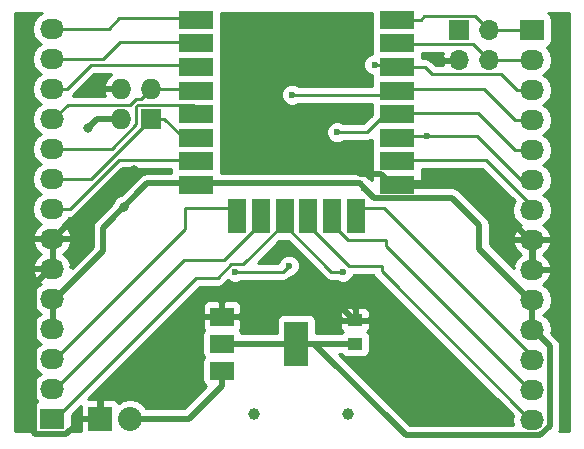
<source format=gbr>
G04 #@! TF.FileFunction,Copper,L1,Top,Signal*
%FSLAX46Y46*%
G04 Gerber Fmt 4.6, Leading zero omitted, Abs format (unit mm)*
G04 Created by KiCad (PCBNEW 4.0.7+dfsg1-1) date Tue Feb 13 21:05:20 2018*
%MOMM*%
%LPD*%
G01*
G04 APERTURE LIST*
%ADD10C,0.100000*%
%ADD11R,2.032000X1.727200*%
%ADD12O,2.032000X1.727200*%
%ADD13C,1.000000*%
%ADD14R,1.250000X1.000000*%
%ADD15R,2.032000X2.032000*%
%ADD16O,2.032000X2.032000*%
%ADD17R,1.727200X1.727200*%
%ADD18O,1.727200X1.727200*%
%ADD19R,2.000000X3.800000*%
%ADD20R,2.000000X1.500000*%
%ADD21R,3.000000X1.500000*%
%ADD22R,1.500000X3.000000*%
%ADD23R,1.700000X1.700000*%
%ADD24O,1.700000X1.700000*%
%ADD25C,0.600000*%
%ADD26C,0.800000*%
%ADD27C,0.250000*%
%ADD28C,0.500000*%
%ADD29C,0.254000*%
G04 APERTURE END LIST*
D10*
D11*
X176530000Y-105000000D03*
D12*
X176530000Y-107540000D03*
X176530000Y-110080000D03*
X176530000Y-112620000D03*
X176530000Y-115160000D03*
X176530000Y-117700000D03*
X176530000Y-120240000D03*
X176530000Y-122780000D03*
X176530000Y-125320000D03*
X176530000Y-127860000D03*
X176530000Y-130400000D03*
X176530000Y-132940000D03*
X176530000Y-135480000D03*
X176530000Y-138020000D03*
D11*
X135890000Y-137940000D03*
D12*
X135890000Y-135400000D03*
X135890000Y-132860000D03*
X135890000Y-130320000D03*
X135890000Y-127780000D03*
X135890000Y-125240000D03*
X135890000Y-122700000D03*
X135890000Y-120160000D03*
X135890000Y-117620000D03*
X135890000Y-115080000D03*
X135890000Y-112540000D03*
X135890000Y-110000000D03*
X135890000Y-107460000D03*
X135890000Y-104920000D03*
D13*
X160980000Y-137500000D03*
X153000000Y-137500000D03*
D14*
X161544000Y-131572000D03*
X161544000Y-129572000D03*
D15*
X139954000Y-137922000D03*
D16*
X142494000Y-137922000D03*
D17*
X144272000Y-112522000D03*
D18*
X141732000Y-112522000D03*
X144272000Y-109982000D03*
X141732000Y-109982000D03*
D19*
X156566000Y-131572000D03*
D20*
X150266000Y-131572000D03*
X150266000Y-133872000D03*
X150266000Y-129272000D03*
D21*
X148090000Y-104140000D03*
X148090000Y-106140000D03*
X148090000Y-108140000D03*
X148090000Y-110140000D03*
X148090000Y-112140000D03*
X148090000Y-114140000D03*
X148090000Y-116140000D03*
X148090000Y-118140000D03*
D22*
X151590000Y-120740000D03*
X153590000Y-120740000D03*
X155590000Y-120740000D03*
X157590000Y-120740000D03*
X159590000Y-120740000D03*
X161590000Y-120740000D03*
D21*
X165090000Y-118140000D03*
X165090000Y-116140000D03*
X165090000Y-114140000D03*
X165090000Y-112140000D03*
X165090000Y-110140000D03*
X165090000Y-108140000D03*
X165090000Y-106140000D03*
X165090000Y-104140000D03*
D23*
X170370500Y-105029000D03*
D24*
X172910500Y-105029000D03*
X170370500Y-107569000D03*
X172910500Y-107569000D03*
D25*
X160528000Y-125476000D03*
X151501100Y-120100000D03*
X151384000Y-125476000D03*
X155956000Y-124968000D03*
X148590000Y-104140000D03*
X163195000Y-107950000D03*
X156210000Y-110490000D03*
X160020000Y-113665000D03*
X167640000Y-114000000D03*
X161501100Y-120100000D03*
X159501100Y-120100000D03*
X157501100Y-120100000D03*
D26*
X141986000Y-119979998D03*
X138938000Y-113284000D03*
D25*
X162305098Y-118364000D03*
D26*
X142836010Y-116840000D03*
D25*
X159512000Y-129286000D03*
X164501100Y-118000000D03*
D26*
X161544000Y-116840000D03*
D27*
X160528000Y-125476000D02*
X159542098Y-125476000D01*
X159542098Y-125476000D02*
X155501100Y-121435002D01*
X155501100Y-121435002D02*
X155501100Y-120100000D01*
X149950996Y-125984000D02*
X148108400Y-125984000D01*
X151083998Y-124850998D02*
X149950996Y-125984000D01*
X148108400Y-125984000D02*
X136152400Y-137940000D01*
X152085104Y-124850998D02*
X151083998Y-124850998D01*
X155501100Y-121435002D02*
X152085104Y-124850998D01*
X136152400Y-137940000D02*
X136000000Y-137940000D01*
X150476102Y-124460000D02*
X147092400Y-124460000D01*
X147092400Y-124460000D02*
X136152400Y-135400000D01*
X136152400Y-135400000D02*
X136000000Y-135400000D01*
X153501100Y-120100000D02*
X153501100Y-121435002D01*
X153501100Y-121435002D02*
X150476102Y-124460000D01*
X155956000Y-124968000D02*
X155448000Y-125476000D01*
X155448000Y-125476000D02*
X151384000Y-125476000D01*
X147108000Y-120100000D02*
X147108000Y-121904400D01*
X147108000Y-121904400D02*
X136152400Y-132860000D01*
X136152400Y-132860000D02*
X136000000Y-132860000D01*
X151501100Y-120100000D02*
X147108000Y-120100000D01*
X141556000Y-116000000D02*
X137396000Y-120160000D01*
X137396000Y-120160000D02*
X136000000Y-120160000D01*
X148501100Y-116000000D02*
X141556000Y-116000000D01*
X135890000Y-117620000D02*
X139174000Y-117620000D01*
X139174000Y-117620000D02*
X144272000Y-112522000D01*
X148501100Y-114000000D02*
X146863600Y-114000000D01*
X146863600Y-114000000D02*
X145385600Y-112522000D01*
X145385600Y-112522000D02*
X144272000Y-112522000D01*
X147834499Y-111333399D02*
X143148399Y-111333399D01*
X143148399Y-111333399D02*
X143002000Y-111479798D01*
X148501100Y-112000000D02*
X147834499Y-111333399D01*
X137156000Y-115080000D02*
X135890000Y-115080000D01*
X143002000Y-111479798D02*
X143002000Y-113011130D01*
X143002000Y-113011130D02*
X140933130Y-115080000D01*
X140933130Y-115080000D02*
X137156000Y-115080000D01*
X142999788Y-110845599D02*
X142511988Y-111333399D01*
X137206601Y-111333399D02*
X136000000Y-112540000D01*
X143408401Y-110845599D02*
X142999788Y-110845599D01*
X142511988Y-111333399D02*
X137206601Y-111333399D01*
X144272000Y-109982000D02*
X143408401Y-110845599D01*
X148501100Y-110000000D02*
X148483100Y-109982000D01*
X148483100Y-109982000D02*
X144272000Y-109982000D01*
X135890000Y-110000000D02*
X137156000Y-110000000D01*
X137156000Y-110000000D02*
X139156000Y-108000000D01*
X139156000Y-108000000D02*
X148501100Y-108000000D01*
X141650000Y-106000000D02*
X140190000Y-107460000D01*
X140190000Y-107460000D02*
X136000000Y-107460000D01*
X148501100Y-106000000D02*
X141650000Y-106000000D01*
X141592000Y-104000000D02*
X140672000Y-104920000D01*
X140672000Y-104920000D02*
X136000000Y-104920000D01*
X148501100Y-104000000D02*
X141592000Y-104000000D01*
X167418001Y-103853999D02*
X167132000Y-104140000D01*
X167132000Y-104140000D02*
X164590000Y-104140000D01*
X172910500Y-105029000D02*
X171735499Y-103853999D01*
X171735499Y-103853999D02*
X167418001Y-103853999D01*
X176530000Y-105000000D02*
X172939500Y-105000000D01*
X172939500Y-105000000D02*
X172910500Y-105029000D01*
X172910500Y-107569000D02*
X171545501Y-106204001D01*
X171545501Y-106204001D02*
X164654001Y-106204001D01*
X164654001Y-106204001D02*
X164590000Y-106140000D01*
X176530000Y-107540000D02*
X172939500Y-107540000D01*
X172939500Y-107540000D02*
X172910500Y-107569000D01*
X168053001Y-108744001D02*
X167449000Y-108140000D01*
X167449000Y-108140000D02*
X164590000Y-108140000D01*
X176530000Y-110080000D02*
X175264000Y-110080000D01*
X175264000Y-110080000D02*
X173928001Y-108744001D01*
X173928001Y-108744001D02*
X168053001Y-108744001D01*
X163195000Y-107950000D02*
X164400000Y-107950000D01*
X164400000Y-107950000D02*
X164590000Y-108140000D01*
X156210000Y-110490000D02*
X164240000Y-110490000D01*
X164240000Y-110490000D02*
X164590000Y-110140000D01*
X172484000Y-110000000D02*
X175104000Y-112620000D01*
X175104000Y-112620000D02*
X177000000Y-112620000D01*
X164501100Y-110000000D02*
X172484000Y-110000000D01*
X160020000Y-113665000D02*
X162560000Y-113665000D01*
X162560000Y-113665000D02*
X164085000Y-112140000D01*
X164085000Y-112140000D02*
X164590000Y-112140000D01*
X171944000Y-112000000D02*
X175104000Y-115160000D01*
X175104000Y-115160000D02*
X177000000Y-115160000D01*
X164501100Y-112000000D02*
X171944000Y-112000000D01*
X164501100Y-114000000D02*
X167640000Y-114000000D01*
X167640000Y-114000000D02*
X171912000Y-114000000D01*
X171912000Y-114000000D02*
X175612000Y-117700000D01*
X175612000Y-117700000D02*
X177000000Y-117700000D01*
X164501100Y-116000000D02*
X172607600Y-116000000D01*
X172607600Y-116000000D02*
X176847600Y-120240000D01*
X176847600Y-120240000D02*
X177000000Y-120240000D01*
X161501100Y-120100000D02*
X164007600Y-120100000D01*
X164007600Y-120100000D02*
X176847600Y-132940000D01*
X176847600Y-132940000D02*
X177000000Y-132940000D01*
X164186590Y-122818990D02*
X164186590Y-123288990D01*
X164186590Y-123288990D02*
X176377600Y-135480000D01*
X176377600Y-135480000D02*
X176530000Y-135480000D01*
X177000000Y-135480000D02*
X176847600Y-135480000D01*
X164186590Y-122818990D02*
X160960344Y-122818990D01*
X160960344Y-122818990D02*
X159501100Y-121359746D01*
X159501100Y-121359746D02*
X159501100Y-120100000D01*
X163795600Y-124968000D02*
X163795600Y-125438000D01*
X163795600Y-125438000D02*
X176377600Y-138020000D01*
X176377600Y-138020000D02*
X176530000Y-138020000D01*
X161034098Y-124968000D02*
X163795600Y-124968000D01*
X176847600Y-138020000D02*
X177000000Y-138020000D01*
X157501100Y-120100000D02*
X157501100Y-121435002D01*
X157501100Y-121435002D02*
X161034098Y-124968000D01*
D28*
X141732000Y-112522000D02*
X139700000Y-112522000D01*
X139700000Y-112522000D02*
X138938000Y-113284000D01*
X158066000Y-131572000D02*
X161544000Y-131572000D01*
X156566000Y-131572000D02*
X158066000Y-131572000D01*
X158066000Y-131572000D02*
X165827610Y-139333610D01*
X165827610Y-139333610D02*
X177226515Y-139333610D01*
X177226515Y-139333610D02*
X178046000Y-138514125D01*
X178046000Y-138514125D02*
X178046000Y-131763600D01*
X178046000Y-131763600D02*
X176682400Y-130400000D01*
X176682400Y-130400000D02*
X176530000Y-130400000D01*
X150266000Y-131572000D02*
X151766000Y-131572000D01*
X151766000Y-131572000D02*
X156566000Y-131572000D01*
X176530000Y-130400000D02*
X176530000Y-127860000D01*
X169734003Y-119200001D02*
X172050001Y-121515999D01*
X172050001Y-121515999D02*
X172050001Y-123532401D01*
X172050001Y-123532401D02*
X176377600Y-127860000D01*
X176377600Y-127860000D02*
X176530000Y-127860000D01*
X163141099Y-119200001D02*
X162305098Y-118364000D01*
X162305098Y-118364000D02*
X161941098Y-118000000D01*
X177000000Y-127860000D02*
X176847600Y-127860000D01*
X169734003Y-119200001D02*
X163141099Y-119200001D01*
X161941098Y-118000000D02*
X148501100Y-118000000D01*
X136000000Y-127780000D02*
X136000000Y-130320000D01*
X136000000Y-127780000D02*
X136152400Y-127780000D01*
X136152400Y-127780000D02*
X140208000Y-123724400D01*
X148501100Y-118000000D02*
X143965998Y-118000000D01*
X143965998Y-118000000D02*
X140208000Y-121757998D01*
X140208000Y-121757998D02*
X140208000Y-123724400D01*
X142270325Y-116840000D02*
X142836010Y-116840000D01*
X141860000Y-116840000D02*
X142270325Y-116840000D01*
X136000000Y-122700000D02*
X141860000Y-116840000D01*
X136000000Y-125240000D02*
X136000000Y-122700000D01*
X150266000Y-129272000D02*
X147088000Y-129272000D01*
X147088000Y-129272000D02*
X139954000Y-136406000D01*
X139954000Y-136406000D02*
X139954000Y-137922000D01*
X161544000Y-129572000D02*
X161419000Y-129572000D01*
X160419000Y-128572000D02*
X152466000Y-128572000D01*
X161419000Y-129572000D02*
X160419000Y-128572000D01*
X152466000Y-128572000D02*
X151766000Y-129272000D01*
X151766000Y-129272000D02*
X150266000Y-129272000D01*
X139954000Y-137922000D02*
X138438000Y-137922000D01*
X138438000Y-137922000D02*
X137106399Y-139253601D01*
X135737600Y-125240000D02*
X135890000Y-125240000D01*
X137106399Y-139253601D02*
X134513999Y-139253601D01*
X134513999Y-139253601D02*
X134374000Y-139113602D01*
X134374000Y-139113602D02*
X134374000Y-126603600D01*
X134374000Y-126603600D02*
X135737600Y-125240000D01*
X176530000Y-125320000D02*
X176530000Y-122780000D01*
X172067600Y-118000000D02*
X172067600Y-118470000D01*
X172067600Y-118470000D02*
X176377600Y-122780000D01*
X176377600Y-122780000D02*
X176530000Y-122780000D01*
X161544000Y-116840000D02*
X161943999Y-117239999D01*
X163741099Y-117239999D02*
X164501100Y-118000000D01*
X161943999Y-117239999D02*
X163741099Y-117239999D01*
X164501100Y-118000000D02*
X172067600Y-118000000D01*
X176847600Y-122780000D02*
X177000000Y-122780000D01*
X142494000Y-137922000D02*
X147466000Y-137922000D01*
X147466000Y-137922000D02*
X150266000Y-135122000D01*
X150266000Y-135122000D02*
X150266000Y-133872000D01*
D29*
G36*
X179630000Y-138990000D02*
X178771959Y-138990000D01*
X178863633Y-138852800D01*
X178878114Y-138780000D01*
X178931001Y-138514125D01*
X178931000Y-138514120D01*
X178931000Y-131763605D01*
X178931001Y-131763600D01*
X178863634Y-131424926D01*
X178799975Y-131329654D01*
X178671790Y-131137810D01*
X178671787Y-131137808D01*
X178166995Y-130633016D01*
X178213345Y-130400000D01*
X178099271Y-129826511D01*
X177774415Y-129340330D01*
X177459634Y-129130000D01*
X177774415Y-128919670D01*
X178099271Y-128433489D01*
X178213345Y-127860000D01*
X178099271Y-127286511D01*
X177774415Y-126800330D01*
X177464931Y-126593539D01*
X177880732Y-126222036D01*
X178134709Y-125694791D01*
X178137358Y-125679026D01*
X178016217Y-125447000D01*
X176657000Y-125447000D01*
X176657000Y-125467000D01*
X176403000Y-125467000D01*
X176403000Y-125447000D01*
X176383000Y-125447000D01*
X176383000Y-125193000D01*
X176403000Y-125193000D01*
X176403000Y-122907000D01*
X176657000Y-122907000D01*
X176657000Y-125193000D01*
X178016217Y-125193000D01*
X178137358Y-124960974D01*
X178134709Y-124945209D01*
X177880732Y-124417964D01*
X177468892Y-124050000D01*
X177880732Y-123682036D01*
X178134709Y-123154791D01*
X178137358Y-123139026D01*
X178016217Y-122907000D01*
X176657000Y-122907000D01*
X176403000Y-122907000D01*
X175043783Y-122907000D01*
X174922642Y-123139026D01*
X174925291Y-123154791D01*
X175179268Y-123682036D01*
X175591108Y-124050000D01*
X175179268Y-124417964D01*
X174925291Y-124945209D01*
X174922642Y-124960974D01*
X175043782Y-125192998D01*
X174962177Y-125192998D01*
X172935001Y-123165821D01*
X172935001Y-121516004D01*
X172935002Y-121515999D01*
X172875092Y-121214816D01*
X172867634Y-121177324D01*
X172675791Y-120890209D01*
X172675788Y-120890207D01*
X170359793Y-118574211D01*
X170188863Y-118460000D01*
X170072678Y-118382368D01*
X170016487Y-118371191D01*
X169734003Y-118315000D01*
X169733998Y-118315001D01*
X167114251Y-118315001D01*
X167066250Y-118267000D01*
X165217000Y-118267000D01*
X165217000Y-118287000D01*
X164963000Y-118287000D01*
X164963000Y-118267000D01*
X164943000Y-118267000D01*
X164943000Y-118013000D01*
X164963000Y-118013000D01*
X164963000Y-117993000D01*
X165217000Y-117993000D01*
X165217000Y-118013000D01*
X167066250Y-118013000D01*
X167225000Y-117854250D01*
X167225000Y-117263690D01*
X167179033Y-117152717D01*
X167186431Y-117141890D01*
X167237440Y-116890000D01*
X167237440Y-116760000D01*
X172292798Y-116760000D01*
X175056291Y-119523493D01*
X174960729Y-119666511D01*
X174846655Y-120240000D01*
X174960729Y-120813489D01*
X175285585Y-121299670D01*
X175595069Y-121506461D01*
X175179268Y-121877964D01*
X174925291Y-122405209D01*
X174922642Y-122420974D01*
X175043783Y-122653000D01*
X176403000Y-122653000D01*
X176403000Y-122633000D01*
X176657000Y-122633000D01*
X176657000Y-122653000D01*
X178016217Y-122653000D01*
X178137358Y-122420974D01*
X178134709Y-122405209D01*
X177880732Y-121877964D01*
X177464931Y-121506461D01*
X177774415Y-121299670D01*
X178099271Y-120813489D01*
X178213345Y-120240000D01*
X178099271Y-119666511D01*
X177774415Y-119180330D01*
X177459634Y-118970000D01*
X177774415Y-118759670D01*
X178099271Y-118273489D01*
X178213345Y-117700000D01*
X178099271Y-117126511D01*
X177774415Y-116640330D01*
X177459634Y-116430000D01*
X177774415Y-116219670D01*
X178099271Y-115733489D01*
X178213345Y-115160000D01*
X178099271Y-114586511D01*
X177774415Y-114100330D01*
X177459634Y-113890000D01*
X177774415Y-113679670D01*
X178099271Y-113193489D01*
X178213345Y-112620000D01*
X178099271Y-112046511D01*
X177774415Y-111560330D01*
X177459634Y-111350000D01*
X177774415Y-111139670D01*
X178099271Y-110653489D01*
X178213345Y-110080000D01*
X178099271Y-109506511D01*
X177774415Y-109020330D01*
X177459634Y-108810000D01*
X177774415Y-108599670D01*
X178099271Y-108113489D01*
X178213345Y-107540000D01*
X178099271Y-106966511D01*
X177774415Y-106480330D01*
X177760087Y-106470757D01*
X177781317Y-106466762D01*
X177997441Y-106327690D01*
X178142431Y-106115490D01*
X178193440Y-105863600D01*
X178193440Y-104136400D01*
X178149162Y-103901083D01*
X178010090Y-103684959D01*
X177856477Y-103580000D01*
X179630000Y-103580000D01*
X179630000Y-138990000D01*
X179630000Y-138990000D01*
G37*
X179630000Y-138990000D02*
X178771959Y-138990000D01*
X178863633Y-138852800D01*
X178878114Y-138780000D01*
X178931001Y-138514125D01*
X178931000Y-138514120D01*
X178931000Y-131763605D01*
X178931001Y-131763600D01*
X178863634Y-131424926D01*
X178799975Y-131329654D01*
X178671790Y-131137810D01*
X178671787Y-131137808D01*
X178166995Y-130633016D01*
X178213345Y-130400000D01*
X178099271Y-129826511D01*
X177774415Y-129340330D01*
X177459634Y-129130000D01*
X177774415Y-128919670D01*
X178099271Y-128433489D01*
X178213345Y-127860000D01*
X178099271Y-127286511D01*
X177774415Y-126800330D01*
X177464931Y-126593539D01*
X177880732Y-126222036D01*
X178134709Y-125694791D01*
X178137358Y-125679026D01*
X178016217Y-125447000D01*
X176657000Y-125447000D01*
X176657000Y-125467000D01*
X176403000Y-125467000D01*
X176403000Y-125447000D01*
X176383000Y-125447000D01*
X176383000Y-125193000D01*
X176403000Y-125193000D01*
X176403000Y-122907000D01*
X176657000Y-122907000D01*
X176657000Y-125193000D01*
X178016217Y-125193000D01*
X178137358Y-124960974D01*
X178134709Y-124945209D01*
X177880732Y-124417964D01*
X177468892Y-124050000D01*
X177880732Y-123682036D01*
X178134709Y-123154791D01*
X178137358Y-123139026D01*
X178016217Y-122907000D01*
X176657000Y-122907000D01*
X176403000Y-122907000D01*
X175043783Y-122907000D01*
X174922642Y-123139026D01*
X174925291Y-123154791D01*
X175179268Y-123682036D01*
X175591108Y-124050000D01*
X175179268Y-124417964D01*
X174925291Y-124945209D01*
X174922642Y-124960974D01*
X175043782Y-125192998D01*
X174962177Y-125192998D01*
X172935001Y-123165821D01*
X172935001Y-121516004D01*
X172935002Y-121515999D01*
X172875092Y-121214816D01*
X172867634Y-121177324D01*
X172675791Y-120890209D01*
X172675788Y-120890207D01*
X170359793Y-118574211D01*
X170188863Y-118460000D01*
X170072678Y-118382368D01*
X170016487Y-118371191D01*
X169734003Y-118315000D01*
X169733998Y-118315001D01*
X167114251Y-118315001D01*
X167066250Y-118267000D01*
X165217000Y-118267000D01*
X165217000Y-118287000D01*
X164963000Y-118287000D01*
X164963000Y-118267000D01*
X164943000Y-118267000D01*
X164943000Y-118013000D01*
X164963000Y-118013000D01*
X164963000Y-117993000D01*
X165217000Y-117993000D01*
X165217000Y-118013000D01*
X167066250Y-118013000D01*
X167225000Y-117854250D01*
X167225000Y-117263690D01*
X167179033Y-117152717D01*
X167186431Y-117141890D01*
X167237440Y-116890000D01*
X167237440Y-116760000D01*
X172292798Y-116760000D01*
X175056291Y-119523493D01*
X174960729Y-119666511D01*
X174846655Y-120240000D01*
X174960729Y-120813489D01*
X175285585Y-121299670D01*
X175595069Y-121506461D01*
X175179268Y-121877964D01*
X174925291Y-122405209D01*
X174922642Y-122420974D01*
X175043783Y-122653000D01*
X176403000Y-122653000D01*
X176403000Y-122633000D01*
X176657000Y-122633000D01*
X176657000Y-122653000D01*
X178016217Y-122653000D01*
X178137358Y-122420974D01*
X178134709Y-122405209D01*
X177880732Y-121877964D01*
X177464931Y-121506461D01*
X177774415Y-121299670D01*
X178099271Y-120813489D01*
X178213345Y-120240000D01*
X178099271Y-119666511D01*
X177774415Y-119180330D01*
X177459634Y-118970000D01*
X177774415Y-118759670D01*
X178099271Y-118273489D01*
X178213345Y-117700000D01*
X178099271Y-117126511D01*
X177774415Y-116640330D01*
X177459634Y-116430000D01*
X177774415Y-116219670D01*
X178099271Y-115733489D01*
X178213345Y-115160000D01*
X178099271Y-114586511D01*
X177774415Y-114100330D01*
X177459634Y-113890000D01*
X177774415Y-113679670D01*
X178099271Y-113193489D01*
X178213345Y-112620000D01*
X178099271Y-112046511D01*
X177774415Y-111560330D01*
X177459634Y-111350000D01*
X177774415Y-111139670D01*
X178099271Y-110653489D01*
X178213345Y-110080000D01*
X178099271Y-109506511D01*
X177774415Y-109020330D01*
X177459634Y-108810000D01*
X177774415Y-108599670D01*
X178099271Y-108113489D01*
X178213345Y-107540000D01*
X178099271Y-106966511D01*
X177774415Y-106480330D01*
X177760087Y-106470757D01*
X177781317Y-106466762D01*
X177997441Y-106327690D01*
X178142431Y-106115490D01*
X178193440Y-105863600D01*
X178193440Y-104136400D01*
X178149162Y-103901083D01*
X178010090Y-103684959D01*
X177856477Y-103580000D01*
X179630000Y-103580000D01*
X179630000Y-138990000D01*
G36*
X134645585Y-103860330D02*
X134320729Y-104346511D01*
X134206655Y-104920000D01*
X134320729Y-105493489D01*
X134645585Y-105979670D01*
X134960366Y-106190000D01*
X134645585Y-106400330D01*
X134320729Y-106886511D01*
X134206655Y-107460000D01*
X134320729Y-108033489D01*
X134645585Y-108519670D01*
X134960366Y-108730000D01*
X134645585Y-108940330D01*
X134320729Y-109426511D01*
X134206655Y-110000000D01*
X134320729Y-110573489D01*
X134645585Y-111059670D01*
X134960366Y-111270000D01*
X134645585Y-111480330D01*
X134320729Y-111966511D01*
X134206655Y-112540000D01*
X134320729Y-113113489D01*
X134645585Y-113599670D01*
X134960366Y-113810000D01*
X134645585Y-114020330D01*
X134320729Y-114506511D01*
X134206655Y-115080000D01*
X134320729Y-115653489D01*
X134645585Y-116139670D01*
X134960366Y-116350000D01*
X134645585Y-116560330D01*
X134320729Y-117046511D01*
X134206655Y-117620000D01*
X134320729Y-118193489D01*
X134645585Y-118679670D01*
X134960366Y-118890000D01*
X134645585Y-119100330D01*
X134320729Y-119586511D01*
X134206655Y-120160000D01*
X134320729Y-120733489D01*
X134645585Y-121219670D01*
X134955069Y-121426461D01*
X134539268Y-121797964D01*
X134285291Y-122325209D01*
X134282642Y-122340974D01*
X134403783Y-122573000D01*
X135763000Y-122573000D01*
X135763000Y-122553000D01*
X136017000Y-122553000D01*
X136017000Y-122573000D01*
X137376217Y-122573000D01*
X137497358Y-122340974D01*
X137494709Y-122325209D01*
X137240732Y-121797964D01*
X136824931Y-121426461D01*
X137134415Y-121219670D01*
X137334648Y-120920000D01*
X137396000Y-120920000D01*
X137686839Y-120862148D01*
X137933401Y-120697401D01*
X141870802Y-116760000D01*
X145942560Y-116760000D01*
X145942560Y-116890000D01*
X145984897Y-117115000D01*
X143966003Y-117115000D01*
X143965998Y-117114999D01*
X143683514Y-117171190D01*
X143627323Y-117182367D01*
X143340208Y-117374210D01*
X143340206Y-117374213D01*
X141761552Y-118952867D01*
X141400485Y-119102056D01*
X141109081Y-119392952D01*
X140958269Y-119756150D01*
X139582210Y-121132208D01*
X139390367Y-121419323D01*
X139390367Y-121419324D01*
X139322999Y-121757998D01*
X139323000Y-121758003D01*
X139323000Y-123357821D01*
X137541000Y-125139820D01*
X137541000Y-125112998D01*
X137376218Y-125112998D01*
X137497358Y-124880974D01*
X137494709Y-124865209D01*
X137240732Y-124337964D01*
X136828892Y-123970000D01*
X137240732Y-123602036D01*
X137494709Y-123074791D01*
X137497358Y-123059026D01*
X137376217Y-122827000D01*
X136017000Y-122827000D01*
X136017000Y-125113000D01*
X136037000Y-125113000D01*
X136037000Y-125367000D01*
X136017000Y-125367000D01*
X136017000Y-125387000D01*
X135763000Y-125387000D01*
X135763000Y-125367000D01*
X134403783Y-125367000D01*
X134282642Y-125599026D01*
X134285291Y-125614791D01*
X134539268Y-126142036D01*
X134955069Y-126513539D01*
X134645585Y-126720330D01*
X134320729Y-127206511D01*
X134206655Y-127780000D01*
X134320729Y-128353489D01*
X134645585Y-128839670D01*
X134960366Y-129050000D01*
X134645585Y-129260330D01*
X134320729Y-129746511D01*
X134206655Y-130320000D01*
X134320729Y-130893489D01*
X134645585Y-131379670D01*
X134960366Y-131590000D01*
X134645585Y-131800330D01*
X134320729Y-132286511D01*
X134206655Y-132860000D01*
X134320729Y-133433489D01*
X134645585Y-133919670D01*
X134960366Y-134130000D01*
X134645585Y-134340330D01*
X134320729Y-134826511D01*
X134206655Y-135400000D01*
X134320729Y-135973489D01*
X134645585Y-136459670D01*
X134659913Y-136469243D01*
X134638683Y-136473238D01*
X134422559Y-136612310D01*
X134277569Y-136824510D01*
X134226560Y-137076400D01*
X134226560Y-138803600D01*
X134261634Y-138990000D01*
X132790000Y-138990000D01*
X132790000Y-123059026D01*
X134282642Y-123059026D01*
X134285291Y-123074791D01*
X134539268Y-123602036D01*
X134951108Y-123970000D01*
X134539268Y-124337964D01*
X134285291Y-124865209D01*
X134282642Y-124880974D01*
X134403783Y-125113000D01*
X135763000Y-125113000D01*
X135763000Y-122827000D01*
X134403783Y-122827000D01*
X134282642Y-123059026D01*
X132790000Y-123059026D01*
X132790000Y-103580000D01*
X135065128Y-103580000D01*
X134645585Y-103860330D01*
X134645585Y-103860330D01*
G37*
X134645585Y-103860330D02*
X134320729Y-104346511D01*
X134206655Y-104920000D01*
X134320729Y-105493489D01*
X134645585Y-105979670D01*
X134960366Y-106190000D01*
X134645585Y-106400330D01*
X134320729Y-106886511D01*
X134206655Y-107460000D01*
X134320729Y-108033489D01*
X134645585Y-108519670D01*
X134960366Y-108730000D01*
X134645585Y-108940330D01*
X134320729Y-109426511D01*
X134206655Y-110000000D01*
X134320729Y-110573489D01*
X134645585Y-111059670D01*
X134960366Y-111270000D01*
X134645585Y-111480330D01*
X134320729Y-111966511D01*
X134206655Y-112540000D01*
X134320729Y-113113489D01*
X134645585Y-113599670D01*
X134960366Y-113810000D01*
X134645585Y-114020330D01*
X134320729Y-114506511D01*
X134206655Y-115080000D01*
X134320729Y-115653489D01*
X134645585Y-116139670D01*
X134960366Y-116350000D01*
X134645585Y-116560330D01*
X134320729Y-117046511D01*
X134206655Y-117620000D01*
X134320729Y-118193489D01*
X134645585Y-118679670D01*
X134960366Y-118890000D01*
X134645585Y-119100330D01*
X134320729Y-119586511D01*
X134206655Y-120160000D01*
X134320729Y-120733489D01*
X134645585Y-121219670D01*
X134955069Y-121426461D01*
X134539268Y-121797964D01*
X134285291Y-122325209D01*
X134282642Y-122340974D01*
X134403783Y-122573000D01*
X135763000Y-122573000D01*
X135763000Y-122553000D01*
X136017000Y-122553000D01*
X136017000Y-122573000D01*
X137376217Y-122573000D01*
X137497358Y-122340974D01*
X137494709Y-122325209D01*
X137240732Y-121797964D01*
X136824931Y-121426461D01*
X137134415Y-121219670D01*
X137334648Y-120920000D01*
X137396000Y-120920000D01*
X137686839Y-120862148D01*
X137933401Y-120697401D01*
X141870802Y-116760000D01*
X145942560Y-116760000D01*
X145942560Y-116890000D01*
X145984897Y-117115000D01*
X143966003Y-117115000D01*
X143965998Y-117114999D01*
X143683514Y-117171190D01*
X143627323Y-117182367D01*
X143340208Y-117374210D01*
X143340206Y-117374213D01*
X141761552Y-118952867D01*
X141400485Y-119102056D01*
X141109081Y-119392952D01*
X140958269Y-119756150D01*
X139582210Y-121132208D01*
X139390367Y-121419323D01*
X139390367Y-121419324D01*
X139322999Y-121757998D01*
X139323000Y-121758003D01*
X139323000Y-123357821D01*
X137541000Y-125139820D01*
X137541000Y-125112998D01*
X137376218Y-125112998D01*
X137497358Y-124880974D01*
X137494709Y-124865209D01*
X137240732Y-124337964D01*
X136828892Y-123970000D01*
X137240732Y-123602036D01*
X137494709Y-123074791D01*
X137497358Y-123059026D01*
X137376217Y-122827000D01*
X136017000Y-122827000D01*
X136017000Y-125113000D01*
X136037000Y-125113000D01*
X136037000Y-125367000D01*
X136017000Y-125367000D01*
X136017000Y-125387000D01*
X135763000Y-125387000D01*
X135763000Y-125367000D01*
X134403783Y-125367000D01*
X134282642Y-125599026D01*
X134285291Y-125614791D01*
X134539268Y-126142036D01*
X134955069Y-126513539D01*
X134645585Y-126720330D01*
X134320729Y-127206511D01*
X134206655Y-127780000D01*
X134320729Y-128353489D01*
X134645585Y-128839670D01*
X134960366Y-129050000D01*
X134645585Y-129260330D01*
X134320729Y-129746511D01*
X134206655Y-130320000D01*
X134320729Y-130893489D01*
X134645585Y-131379670D01*
X134960366Y-131590000D01*
X134645585Y-131800330D01*
X134320729Y-132286511D01*
X134206655Y-132860000D01*
X134320729Y-133433489D01*
X134645585Y-133919670D01*
X134960366Y-134130000D01*
X134645585Y-134340330D01*
X134320729Y-134826511D01*
X134206655Y-135400000D01*
X134320729Y-135973489D01*
X134645585Y-136459670D01*
X134659913Y-136469243D01*
X134638683Y-136473238D01*
X134422559Y-136612310D01*
X134277569Y-136824510D01*
X134226560Y-137076400D01*
X134226560Y-138803600D01*
X134261634Y-138990000D01*
X132790000Y-138990000D01*
X132790000Y-123059026D01*
X134282642Y-123059026D01*
X134285291Y-123074791D01*
X134539268Y-123602036D01*
X134951108Y-123970000D01*
X134539268Y-124337964D01*
X134285291Y-124865209D01*
X134282642Y-124880974D01*
X134403783Y-125113000D01*
X135763000Y-125113000D01*
X135763000Y-122827000D01*
X134403783Y-122827000D01*
X134282642Y-123059026D01*
X132790000Y-123059026D01*
X132790000Y-103580000D01*
X135065128Y-103580000D01*
X134645585Y-103860330D01*
G36*
X159004697Y-126013401D02*
X159251258Y-126178148D01*
X159542098Y-126236000D01*
X159965537Y-126236000D01*
X159997673Y-126268192D01*
X160341201Y-126410838D01*
X160713167Y-126411162D01*
X161056943Y-126269117D01*
X161320192Y-126006327D01*
X161435764Y-125728000D01*
X163093285Y-125728000D01*
X163093452Y-125728839D01*
X163258199Y-125975401D01*
X174922334Y-137639536D01*
X174846655Y-138020000D01*
X174931911Y-138448610D01*
X166194189Y-138448610D01*
X160202580Y-132457000D01*
X160412156Y-132457000D01*
X160454910Y-132523441D01*
X160667110Y-132668431D01*
X160919000Y-132719440D01*
X162169000Y-132719440D01*
X162404317Y-132675162D01*
X162620441Y-132536090D01*
X162765431Y-132323890D01*
X162816440Y-132072000D01*
X162816440Y-131072000D01*
X162772162Y-130836683D01*
X162633090Y-130620559D01*
X162564994Y-130574031D01*
X162707327Y-130431698D01*
X162804000Y-130198309D01*
X162804000Y-129857750D01*
X162645250Y-129699000D01*
X161671000Y-129699000D01*
X161671000Y-129719000D01*
X161417000Y-129719000D01*
X161417000Y-129699000D01*
X160442750Y-129699000D01*
X160284000Y-129857750D01*
X160284000Y-130198309D01*
X160380673Y-130431698D01*
X160521910Y-130572936D01*
X160467559Y-130607910D01*
X160413519Y-130687000D01*
X158213440Y-130687000D01*
X158213440Y-129672000D01*
X158169162Y-129436683D01*
X158030090Y-129220559D01*
X157817890Y-129075569D01*
X157566000Y-129024560D01*
X155566000Y-129024560D01*
X155330683Y-129068838D01*
X155114559Y-129207910D01*
X154969569Y-129420110D01*
X154918560Y-129672000D01*
X154918560Y-130687000D01*
X151888038Y-130687000D01*
X151869162Y-130586683D01*
X151763518Y-130422508D01*
X151804327Y-130381699D01*
X151901000Y-130148310D01*
X151901000Y-129557750D01*
X151742250Y-129399000D01*
X150393000Y-129399000D01*
X150393000Y-129419000D01*
X150139000Y-129419000D01*
X150139000Y-129399000D01*
X148789750Y-129399000D01*
X148631000Y-129557750D01*
X148631000Y-130148310D01*
X148727673Y-130381699D01*
X148769634Y-130423660D01*
X148669569Y-130570110D01*
X148618560Y-130822000D01*
X148618560Y-132322000D01*
X148662838Y-132557317D01*
X148769759Y-132723477D01*
X148669569Y-132870110D01*
X148618560Y-133122000D01*
X148618560Y-134622000D01*
X148662838Y-134857317D01*
X148801910Y-135073441D01*
X148957007Y-135179414D01*
X147099420Y-137037000D01*
X143871761Y-137037000D01*
X143661433Y-136722222D01*
X143125810Y-136364330D01*
X142494000Y-136238655D01*
X141862190Y-136364330D01*
X141525999Y-136588966D01*
X141508327Y-136546302D01*
X141329699Y-136367673D01*
X141096310Y-136271000D01*
X140239750Y-136271000D01*
X140081000Y-136429750D01*
X140081000Y-137795000D01*
X140101000Y-137795000D01*
X140101000Y-138049000D01*
X140081000Y-138049000D01*
X140081000Y-138069000D01*
X139827000Y-138069000D01*
X139827000Y-138049000D01*
X138461750Y-138049000D01*
X138303000Y-138207750D01*
X138303000Y-138990000D01*
X137515693Y-138990000D01*
X137553440Y-138803600D01*
X137553440Y-137613762D01*
X138303000Y-136864202D01*
X138303000Y-137636250D01*
X138461750Y-137795000D01*
X139827000Y-137795000D01*
X139827000Y-136429750D01*
X139668250Y-136271000D01*
X138896202Y-136271000D01*
X146771512Y-128395690D01*
X148631000Y-128395690D01*
X148631000Y-128986250D01*
X148789750Y-129145000D01*
X150139000Y-129145000D01*
X150139000Y-128045750D01*
X150393000Y-128045750D01*
X150393000Y-129145000D01*
X151742250Y-129145000D01*
X151901000Y-128986250D01*
X151901000Y-128945691D01*
X160284000Y-128945691D01*
X160284000Y-129286250D01*
X160442750Y-129445000D01*
X161417000Y-129445000D01*
X161417000Y-128595750D01*
X161671000Y-128595750D01*
X161671000Y-129445000D01*
X162645250Y-129445000D01*
X162804000Y-129286250D01*
X162804000Y-128945691D01*
X162707327Y-128712302D01*
X162528699Y-128533673D01*
X162295310Y-128437000D01*
X161829750Y-128437000D01*
X161671000Y-128595750D01*
X161417000Y-128595750D01*
X161258250Y-128437000D01*
X160792690Y-128437000D01*
X160559301Y-128533673D01*
X160380673Y-128712302D01*
X160284000Y-128945691D01*
X151901000Y-128945691D01*
X151901000Y-128395690D01*
X151804327Y-128162301D01*
X151625698Y-127983673D01*
X151392309Y-127887000D01*
X150551750Y-127887000D01*
X150393000Y-128045750D01*
X150139000Y-128045750D01*
X149980250Y-127887000D01*
X149139691Y-127887000D01*
X148906302Y-127983673D01*
X148727673Y-128162301D01*
X148631000Y-128395690D01*
X146771512Y-128395690D01*
X148423202Y-126744000D01*
X149950996Y-126744000D01*
X150241835Y-126686148D01*
X150488397Y-126521401D01*
X150797688Y-126212110D01*
X150853673Y-126268192D01*
X151197201Y-126410838D01*
X151569167Y-126411162D01*
X151912943Y-126269117D01*
X151946118Y-126236000D01*
X155448000Y-126236000D01*
X155738839Y-126178148D01*
X155985401Y-126013401D01*
X156095680Y-125903122D01*
X156141167Y-125903162D01*
X156484943Y-125761117D01*
X156748192Y-125498327D01*
X156890838Y-125154799D01*
X156891162Y-124782833D01*
X156749117Y-124439057D01*
X156486327Y-124175808D01*
X156142799Y-124033162D01*
X155770833Y-124032838D01*
X155427057Y-124174883D01*
X155163808Y-124437673D01*
X155048236Y-124716000D01*
X153294904Y-124716000D01*
X155123464Y-122887440D01*
X155878736Y-122887440D01*
X159004697Y-126013401D01*
X159004697Y-126013401D01*
G37*
X159004697Y-126013401D02*
X159251258Y-126178148D01*
X159542098Y-126236000D01*
X159965537Y-126236000D01*
X159997673Y-126268192D01*
X160341201Y-126410838D01*
X160713167Y-126411162D01*
X161056943Y-126269117D01*
X161320192Y-126006327D01*
X161435764Y-125728000D01*
X163093285Y-125728000D01*
X163093452Y-125728839D01*
X163258199Y-125975401D01*
X174922334Y-137639536D01*
X174846655Y-138020000D01*
X174931911Y-138448610D01*
X166194189Y-138448610D01*
X160202580Y-132457000D01*
X160412156Y-132457000D01*
X160454910Y-132523441D01*
X160667110Y-132668431D01*
X160919000Y-132719440D01*
X162169000Y-132719440D01*
X162404317Y-132675162D01*
X162620441Y-132536090D01*
X162765431Y-132323890D01*
X162816440Y-132072000D01*
X162816440Y-131072000D01*
X162772162Y-130836683D01*
X162633090Y-130620559D01*
X162564994Y-130574031D01*
X162707327Y-130431698D01*
X162804000Y-130198309D01*
X162804000Y-129857750D01*
X162645250Y-129699000D01*
X161671000Y-129699000D01*
X161671000Y-129719000D01*
X161417000Y-129719000D01*
X161417000Y-129699000D01*
X160442750Y-129699000D01*
X160284000Y-129857750D01*
X160284000Y-130198309D01*
X160380673Y-130431698D01*
X160521910Y-130572936D01*
X160467559Y-130607910D01*
X160413519Y-130687000D01*
X158213440Y-130687000D01*
X158213440Y-129672000D01*
X158169162Y-129436683D01*
X158030090Y-129220559D01*
X157817890Y-129075569D01*
X157566000Y-129024560D01*
X155566000Y-129024560D01*
X155330683Y-129068838D01*
X155114559Y-129207910D01*
X154969569Y-129420110D01*
X154918560Y-129672000D01*
X154918560Y-130687000D01*
X151888038Y-130687000D01*
X151869162Y-130586683D01*
X151763518Y-130422508D01*
X151804327Y-130381699D01*
X151901000Y-130148310D01*
X151901000Y-129557750D01*
X151742250Y-129399000D01*
X150393000Y-129399000D01*
X150393000Y-129419000D01*
X150139000Y-129419000D01*
X150139000Y-129399000D01*
X148789750Y-129399000D01*
X148631000Y-129557750D01*
X148631000Y-130148310D01*
X148727673Y-130381699D01*
X148769634Y-130423660D01*
X148669569Y-130570110D01*
X148618560Y-130822000D01*
X148618560Y-132322000D01*
X148662838Y-132557317D01*
X148769759Y-132723477D01*
X148669569Y-132870110D01*
X148618560Y-133122000D01*
X148618560Y-134622000D01*
X148662838Y-134857317D01*
X148801910Y-135073441D01*
X148957007Y-135179414D01*
X147099420Y-137037000D01*
X143871761Y-137037000D01*
X143661433Y-136722222D01*
X143125810Y-136364330D01*
X142494000Y-136238655D01*
X141862190Y-136364330D01*
X141525999Y-136588966D01*
X141508327Y-136546302D01*
X141329699Y-136367673D01*
X141096310Y-136271000D01*
X140239750Y-136271000D01*
X140081000Y-136429750D01*
X140081000Y-137795000D01*
X140101000Y-137795000D01*
X140101000Y-138049000D01*
X140081000Y-138049000D01*
X140081000Y-138069000D01*
X139827000Y-138069000D01*
X139827000Y-138049000D01*
X138461750Y-138049000D01*
X138303000Y-138207750D01*
X138303000Y-138990000D01*
X137515693Y-138990000D01*
X137553440Y-138803600D01*
X137553440Y-137613762D01*
X138303000Y-136864202D01*
X138303000Y-137636250D01*
X138461750Y-137795000D01*
X139827000Y-137795000D01*
X139827000Y-136429750D01*
X139668250Y-136271000D01*
X138896202Y-136271000D01*
X146771512Y-128395690D01*
X148631000Y-128395690D01*
X148631000Y-128986250D01*
X148789750Y-129145000D01*
X150139000Y-129145000D01*
X150139000Y-128045750D01*
X150393000Y-128045750D01*
X150393000Y-129145000D01*
X151742250Y-129145000D01*
X151901000Y-128986250D01*
X151901000Y-128945691D01*
X160284000Y-128945691D01*
X160284000Y-129286250D01*
X160442750Y-129445000D01*
X161417000Y-129445000D01*
X161417000Y-128595750D01*
X161671000Y-128595750D01*
X161671000Y-129445000D01*
X162645250Y-129445000D01*
X162804000Y-129286250D01*
X162804000Y-128945691D01*
X162707327Y-128712302D01*
X162528699Y-128533673D01*
X162295310Y-128437000D01*
X161829750Y-128437000D01*
X161671000Y-128595750D01*
X161417000Y-128595750D01*
X161258250Y-128437000D01*
X160792690Y-128437000D01*
X160559301Y-128533673D01*
X160380673Y-128712302D01*
X160284000Y-128945691D01*
X151901000Y-128945691D01*
X151901000Y-128395690D01*
X151804327Y-128162301D01*
X151625698Y-127983673D01*
X151392309Y-127887000D01*
X150551750Y-127887000D01*
X150393000Y-128045750D01*
X150139000Y-128045750D01*
X149980250Y-127887000D01*
X149139691Y-127887000D01*
X148906302Y-127983673D01*
X148727673Y-128162301D01*
X148631000Y-128395690D01*
X146771512Y-128395690D01*
X148423202Y-126744000D01*
X149950996Y-126744000D01*
X150241835Y-126686148D01*
X150488397Y-126521401D01*
X150797688Y-126212110D01*
X150853673Y-126268192D01*
X151197201Y-126410838D01*
X151569167Y-126411162D01*
X151912943Y-126269117D01*
X151946118Y-126236000D01*
X155448000Y-126236000D01*
X155738839Y-126178148D01*
X155985401Y-126013401D01*
X156095680Y-125903122D01*
X156141167Y-125903162D01*
X156484943Y-125761117D01*
X156748192Y-125498327D01*
X156890838Y-125154799D01*
X156891162Y-124782833D01*
X156749117Y-124439057D01*
X156486327Y-124175808D01*
X156142799Y-124033162D01*
X155770833Y-124032838D01*
X155427057Y-124174883D01*
X155163808Y-124437673D01*
X155048236Y-124716000D01*
X153294904Y-124716000D01*
X155123464Y-122887440D01*
X155878736Y-122887440D01*
X159004697Y-126013401D01*
G36*
X162942560Y-104890000D02*
X162986838Y-105125317D01*
X162994342Y-105136979D01*
X162993569Y-105138110D01*
X162942560Y-105390000D01*
X162942560Y-106890000D01*
X162969208Y-107031624D01*
X162666057Y-107156883D01*
X162402808Y-107419673D01*
X162260162Y-107763201D01*
X162259838Y-108135167D01*
X162401883Y-108478943D01*
X162664673Y-108742192D01*
X162942560Y-108857581D01*
X162942560Y-108890000D01*
X162986838Y-109125317D01*
X162994342Y-109136979D01*
X162993569Y-109138110D01*
X162942560Y-109390000D01*
X162942560Y-109730000D01*
X156772463Y-109730000D01*
X156740327Y-109697808D01*
X156396799Y-109555162D01*
X156024833Y-109554838D01*
X155681057Y-109696883D01*
X155417808Y-109959673D01*
X155275162Y-110303201D01*
X155274838Y-110675167D01*
X155416883Y-111018943D01*
X155679673Y-111282192D01*
X156023201Y-111424838D01*
X156395167Y-111425162D01*
X156738943Y-111283117D01*
X156772118Y-111250000D01*
X162970911Y-111250000D01*
X162942560Y-111390000D01*
X162942560Y-112207638D01*
X162245198Y-112905000D01*
X160582463Y-112905000D01*
X160550327Y-112872808D01*
X160206799Y-112730162D01*
X159834833Y-112729838D01*
X159491057Y-112871883D01*
X159227808Y-113134673D01*
X159085162Y-113478201D01*
X159084838Y-113850167D01*
X159226883Y-114193943D01*
X159489673Y-114457192D01*
X159833201Y-114599838D01*
X160205167Y-114600162D01*
X160548943Y-114458117D01*
X160582118Y-114425000D01*
X162560000Y-114425000D01*
X162850839Y-114367148D01*
X162942560Y-114305862D01*
X162942560Y-114890000D01*
X162986838Y-115125317D01*
X162994342Y-115136979D01*
X162993569Y-115138110D01*
X162942560Y-115390000D01*
X162942560Y-116890000D01*
X162986838Y-117125317D01*
X163002338Y-117149405D01*
X162955000Y-117263690D01*
X162955000Y-117691592D01*
X162835425Y-117571808D01*
X162714112Y-117521434D01*
X162566888Y-117374210D01*
X162401482Y-117263690D01*
X162279773Y-117182367D01*
X162223582Y-117171190D01*
X161941098Y-117114999D01*
X161941093Y-117115000D01*
X150191876Y-117115000D01*
X150237440Y-116890000D01*
X150237440Y-115390000D01*
X150193162Y-115154683D01*
X150185658Y-115143021D01*
X150186431Y-115141890D01*
X150237440Y-114890000D01*
X150237440Y-113390000D01*
X150193162Y-113154683D01*
X150185658Y-113143021D01*
X150186431Y-113141890D01*
X150237440Y-112890000D01*
X150237440Y-111390000D01*
X150193162Y-111154683D01*
X150185658Y-111143021D01*
X150186431Y-111141890D01*
X150237440Y-110890000D01*
X150237440Y-109390000D01*
X150193162Y-109154683D01*
X150185658Y-109143021D01*
X150186431Y-109141890D01*
X150237440Y-108890000D01*
X150237440Y-107390000D01*
X150193162Y-107154683D01*
X150185658Y-107143021D01*
X150186431Y-107141890D01*
X150237440Y-106890000D01*
X150237440Y-105390000D01*
X150193162Y-105154683D01*
X150185658Y-105143021D01*
X150186431Y-105141890D01*
X150237440Y-104890000D01*
X150237440Y-103580000D01*
X162942560Y-103580000D01*
X162942560Y-104890000D01*
X162942560Y-104890000D01*
G37*
X162942560Y-104890000D02*
X162986838Y-105125317D01*
X162994342Y-105136979D01*
X162993569Y-105138110D01*
X162942560Y-105390000D01*
X162942560Y-106890000D01*
X162969208Y-107031624D01*
X162666057Y-107156883D01*
X162402808Y-107419673D01*
X162260162Y-107763201D01*
X162259838Y-108135167D01*
X162401883Y-108478943D01*
X162664673Y-108742192D01*
X162942560Y-108857581D01*
X162942560Y-108890000D01*
X162986838Y-109125317D01*
X162994342Y-109136979D01*
X162993569Y-109138110D01*
X162942560Y-109390000D01*
X162942560Y-109730000D01*
X156772463Y-109730000D01*
X156740327Y-109697808D01*
X156396799Y-109555162D01*
X156024833Y-109554838D01*
X155681057Y-109696883D01*
X155417808Y-109959673D01*
X155275162Y-110303201D01*
X155274838Y-110675167D01*
X155416883Y-111018943D01*
X155679673Y-111282192D01*
X156023201Y-111424838D01*
X156395167Y-111425162D01*
X156738943Y-111283117D01*
X156772118Y-111250000D01*
X162970911Y-111250000D01*
X162942560Y-111390000D01*
X162942560Y-112207638D01*
X162245198Y-112905000D01*
X160582463Y-112905000D01*
X160550327Y-112872808D01*
X160206799Y-112730162D01*
X159834833Y-112729838D01*
X159491057Y-112871883D01*
X159227808Y-113134673D01*
X159085162Y-113478201D01*
X159084838Y-113850167D01*
X159226883Y-114193943D01*
X159489673Y-114457192D01*
X159833201Y-114599838D01*
X160205167Y-114600162D01*
X160548943Y-114458117D01*
X160582118Y-114425000D01*
X162560000Y-114425000D01*
X162850839Y-114367148D01*
X162942560Y-114305862D01*
X162942560Y-114890000D01*
X162986838Y-115125317D01*
X162994342Y-115136979D01*
X162993569Y-115138110D01*
X162942560Y-115390000D01*
X162942560Y-116890000D01*
X162986838Y-117125317D01*
X163002338Y-117149405D01*
X162955000Y-117263690D01*
X162955000Y-117691592D01*
X162835425Y-117571808D01*
X162714112Y-117521434D01*
X162566888Y-117374210D01*
X162401482Y-117263690D01*
X162279773Y-117182367D01*
X162223582Y-117171190D01*
X161941098Y-117114999D01*
X161941093Y-117115000D01*
X150191876Y-117115000D01*
X150237440Y-116890000D01*
X150237440Y-115390000D01*
X150193162Y-115154683D01*
X150185658Y-115143021D01*
X150186431Y-115141890D01*
X150237440Y-114890000D01*
X150237440Y-113390000D01*
X150193162Y-113154683D01*
X150185658Y-113143021D01*
X150186431Y-113141890D01*
X150237440Y-112890000D01*
X150237440Y-111390000D01*
X150193162Y-111154683D01*
X150185658Y-111143021D01*
X150186431Y-111141890D01*
X150237440Y-110890000D01*
X150237440Y-109390000D01*
X150193162Y-109154683D01*
X150185658Y-109143021D01*
X150186431Y-109141890D01*
X150237440Y-108890000D01*
X150237440Y-107390000D01*
X150193162Y-107154683D01*
X150185658Y-107143021D01*
X150186431Y-107141890D01*
X150237440Y-106890000D01*
X150237440Y-105390000D01*
X150193162Y-105154683D01*
X150185658Y-105143021D01*
X150186431Y-105141890D01*
X150237440Y-104890000D01*
X150237440Y-103580000D01*
X162942560Y-103580000D01*
X162942560Y-104890000D01*
G36*
X140843510Y-108775179D02*
X140449312Y-109207053D01*
X140277042Y-109622974D01*
X140398183Y-109855000D01*
X141605000Y-109855000D01*
X141605000Y-109835000D01*
X141859000Y-109835000D01*
X141859000Y-109855000D01*
X141879000Y-109855000D01*
X141879000Y-110109000D01*
X141859000Y-110109000D01*
X141859000Y-110129000D01*
X141605000Y-110129000D01*
X141605000Y-110109000D01*
X140398183Y-110109000D01*
X140277042Y-110341026D01*
X140373288Y-110573399D01*
X137639526Y-110573399D01*
X137693401Y-110537401D01*
X139470802Y-108760000D01*
X140875897Y-108760000D01*
X140843510Y-108775179D01*
X140843510Y-108775179D01*
G37*
X140843510Y-108775179D02*
X140449312Y-109207053D01*
X140277042Y-109622974D01*
X140398183Y-109855000D01*
X141605000Y-109855000D01*
X141605000Y-109835000D01*
X141859000Y-109835000D01*
X141859000Y-109855000D01*
X141879000Y-109855000D01*
X141879000Y-110109000D01*
X141859000Y-110109000D01*
X141859000Y-110129000D01*
X141605000Y-110129000D01*
X141605000Y-110109000D01*
X140398183Y-110109000D01*
X140277042Y-110341026D01*
X140373288Y-110573399D01*
X137639526Y-110573399D01*
X137693401Y-110537401D01*
X139470802Y-108760000D01*
X140875897Y-108760000D01*
X140843510Y-108775179D01*
G36*
X168929024Y-107212110D02*
X169050345Y-107442000D01*
X170243500Y-107442000D01*
X170243500Y-107422000D01*
X170497500Y-107422000D01*
X170497500Y-107442000D01*
X170517500Y-107442000D01*
X170517500Y-107696000D01*
X170497500Y-107696000D01*
X170497500Y-107716000D01*
X170243500Y-107716000D01*
X170243500Y-107696000D01*
X169050345Y-107696000D01*
X168929024Y-107925890D01*
X168953093Y-107984001D01*
X168367803Y-107984001D01*
X167986401Y-107602599D01*
X167739839Y-107437852D01*
X167449000Y-107380000D01*
X167235558Y-107380000D01*
X167193162Y-107154683D01*
X167185658Y-107143021D01*
X167186431Y-107141890D01*
X167222454Y-106964001D01*
X169031788Y-106964001D01*
X168929024Y-107212110D01*
X168929024Y-107212110D01*
G37*
X168929024Y-107212110D02*
X169050345Y-107442000D01*
X170243500Y-107442000D01*
X170243500Y-107422000D01*
X170497500Y-107422000D01*
X170497500Y-107442000D01*
X170517500Y-107442000D01*
X170517500Y-107696000D01*
X170497500Y-107696000D01*
X170497500Y-107716000D01*
X170243500Y-107716000D01*
X170243500Y-107696000D01*
X169050345Y-107696000D01*
X168929024Y-107925890D01*
X168953093Y-107984001D01*
X168367803Y-107984001D01*
X167986401Y-107602599D01*
X167739839Y-107437852D01*
X167449000Y-107380000D01*
X167235558Y-107380000D01*
X167193162Y-107154683D01*
X167185658Y-107143021D01*
X167186431Y-107141890D01*
X167222454Y-106964001D01*
X169031788Y-106964001D01*
X168929024Y-107212110D01*
M02*

</source>
